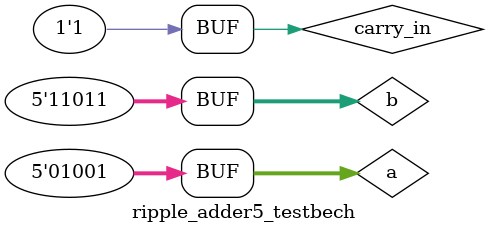
<source format=v>
`include "ripple_adder5.v"
module ripple_adder5_testbech ();
    reg [4:0]a;
    reg [4:0]b;
    reg carry_in;
    wire carry_out;
    wire [4:0]sum;
    ripple_adder5 ra(a,b,carry_in,carry_out,sum);
    initial begin
      a[0]=0;
      a[1]=0;
      a[2]=1;
      a[3]=1;
      a[4]=0;
      b[0]=1;
      b[1]=1;
      b[2]=0;
      b[3]=0;
      b[4]=1;
      carry_in=0;
      #100
      a[0]=0;
      a[1]=0;
      a[2]=1;
      a[3]=1;
      a[4]=0;
      b[0]=1;
      b[1]=1;
      b[2]=0;
      b[3]=0;
      b[4]=1;
      carry_in=1;
      #100
      a[0]=1;
      a[1]=0;
      a[2]=0;
      a[3]=1;
      a[4]=0;
      b[0]=1;
      b[1]=1;
      b[2]=0;
      b[3]=1;
      b[4]=1;
      carry_in=1;
    end      
endmodule
</source>
